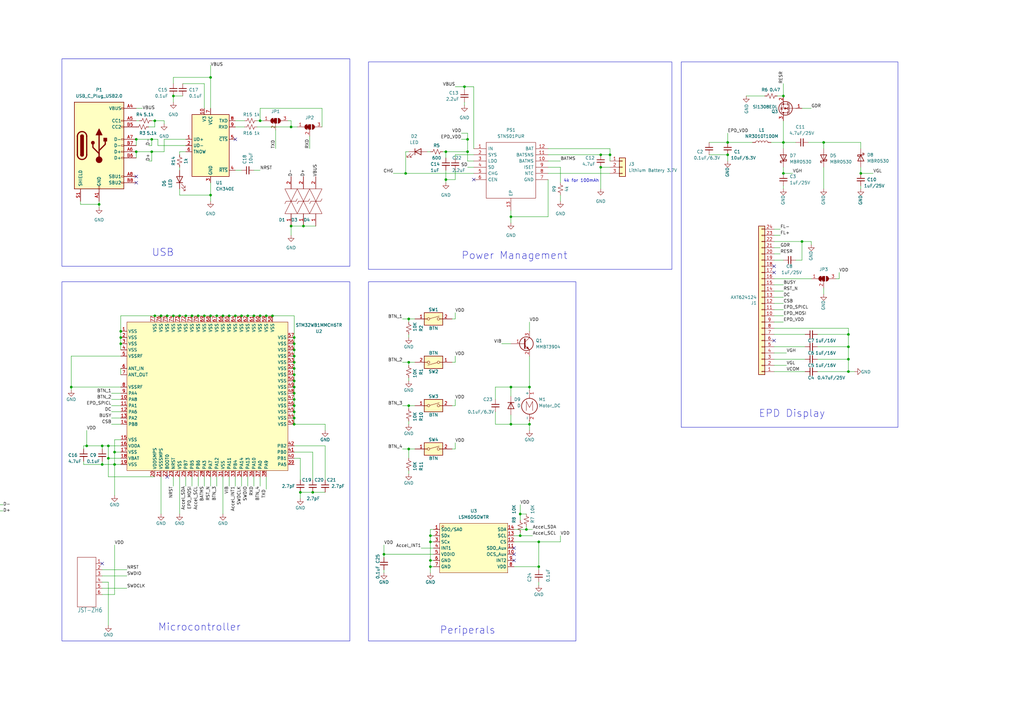
<source format=kicad_sch>
(kicad_sch (version 20230121) (generator eeschema)
  (paper "A3")
  (title_block (title "Epaper Smart Watch") (date "2024-11-10") (rev "V1"))
  (junction (at 298.45 63.5))
  (junction (at 167.64 130.81))
  (junction (at 220.98 222.25))
  (junction (at 120.65 168.91))
  (junction (at 101.6 129.54))
  (junction (at 99.06 129.54))
  (junction (at 73.66 129.54))
  (junction (at 78.74 129.54))
  (junction (at 35.56 182.88))
  (junction (at 62.23 57.15))
  (junction (at 81.28 129.54))
  (junction (at 213.36 219.71))
  (junction (at 123.19 201.93))
  (junction (at 93.98 129.54))
  (junction (at 167.64 148.59))
  (junction (at 71.12 39.37))
  (junction (at 66.04 129.54))
  (junction (at 96.52 129.54))
  (junction (at 120.65 156.21))
  (junction (at 41.91 190.5))
  (junction (at 109.22 129.54))
  (junction (at 128.27 201.93))
  (junction (at 111.76 129.54))
  (junction (at 120.65 163.83))
  (junction (at 157.48 227.33))
  (junction (at 246.38 68.58))
  (junction (at 347.98 137.16))
  (junction (at 120.65 151.13))
  (junction (at 106.68 49.53))
  (junction (at 209.55 88.9))
  (junction (at 86.36 129.54))
  (junction (at 44.45 187.96))
  (junction (at 76.2 129.54))
  (junction (at 106.68 129.54))
  (junction (at 119.38 52.07))
  (junction (at 55.88 57.15))
  (junction (at 46.99 190.5))
  (junction (at 191.77 57.15))
  (junction (at 120.65 148.59))
  (junction (at 62.23 62.23))
  (junction (at 209.55 158.75))
  (junction (at 166.37 71.12))
  (junction (at 120.65 166.37))
  (junction (at 124.46 92.71))
  (junction (at 63.5 49.53))
  (junction (at 120.65 146.05))
  (junction (at 176.53 229.87))
  (junction (at 347.98 147.32))
  (junction (at 328.93 99.06))
  (junction (at 120.65 158.75))
  (junction (at 213.36 210.82))
  (junction (at 217.17 173.99))
  (junction (at 120.65 153.67))
  (junction (at 298.45 58.42))
  (junction (at 88.9 129.54))
  (junction (at 86.36 31.75))
  (junction (at 337.82 58.42))
  (junction (at 29.21 158.75))
  (junction (at 40.64 83.82))
  (junction (at 182.88 62.23))
  (junction (at 167.64 184.15))
  (junction (at 190.5 35.56))
  (junction (at 49.53 140.97))
  (junction (at 347.98 152.4))
  (junction (at 104.14 129.54))
  (junction (at 120.65 138.43))
  (junction (at 91.44 129.54))
  (junction (at 120.65 173.99))
  (junction (at 120.65 143.51))
  (junction (at 209.55 173.99))
  (junction (at 217.17 158.75))
  (junction (at 119.38 92.71))
  (junction (at 321.31 71.12))
  (junction (at 83.82 129.54))
  (junction (at 246.38 63.5))
  (junction (at 176.53 219.71))
  (junction (at 120.65 140.97))
  (junction (at 182.88 73.66))
  (junction (at 49.53 135.89))
  (junction (at 55.88 62.23))
  (junction (at 167.64 166.37))
  (junction (at 68.58 129.54))
  (junction (at 250.19 63.5))
  (junction (at 191.77 62.23))
  (junction (at 46.99 185.42))
  (junction (at 321.31 39.37))
  (junction (at 220.98 232.41))
  (junction (at 71.12 129.54))
  (junction (at 321.31 58.42))
  (junction (at 41.91 182.88))
  (junction (at 176.53 232.41))
  (junction (at 120.65 161.29))
  (junction (at 120.65 171.45))
  (junction (at 347.98 142.24))
  (junction (at 49.53 138.43))
  (junction (at 63.5 129.54))
  (junction (at 86.36 80.01))
  (junction (at 44.45 182.88))
  (junction (at 176.53 222.25))
  (junction (at 215.9 217.17))
  (junction (at 353.06 71.12))
  (no_connect (at 96.52 57.15))
  (no_connect (at 41.91 231.14))
  (no_connect (at 317.5 109.22))
  (no_connect (at 68.58 195.58))
  (no_connect (at 194.31 73.66))
  (no_connect (at 55.88 72.39))
  (no_connect (at 210.82 227.33))
  (no_connect (at 210.82 224.79))
  (no_connect (at 55.88 74.93))
  (no_connect (at 317.5 111.76))
  (no_connect (at 317.5 139.7))
  (no_connect (at 210.82 229.87))
  (wire (pts (xy 49.53 151.13) (xy 49.53 153.67)))
  (wire (pts (xy 49.53 138.43) (xy 49.53 135.89)))
  (wire (pts (xy 86.36 74.93) (xy 86.36 80.01)))
  (wire (pts (xy 317.5 101.6) (xy 320.04 101.6)))
  (wire (pts (xy 128.27 185.42) (xy 120.65 185.42)))
  (wire (pts (xy 186.69 35.56) (xy 190.5 35.56)))
  (wire (pts (xy 96.52 69.85) (xy 99.06 69.85)))
  (wire (pts (xy 213.36 218.44) (xy 213.36 219.71)))
  (wire (pts (xy 328.93 99.06) (xy 332.74 99.06)))
  (wire (pts (xy 217.17 146.05) (xy 217.17 158.75)))
  (wire (pts (xy 290.83 58.42) (xy 298.45 58.42)))
  (wire (pts (xy 127 55.88) (xy 127 60.96)))
  (wire (pts (xy 203.2 163.83) (xy 203.2 158.75)))
  (wire (pts (xy 101.6 199.39) (xy 101.6 195.58)))
  (wire (pts (xy 209.55 170.18) (xy 209.55 173.99)))
  (wire (pts (xy 78.74 199.39) (xy 78.74 195.58)))
  (wire (pts (xy 76.2 57.15) (xy 67.31 57.15)))
  (wire (pts (xy 40.64 85.09) (xy 40.64 83.82)))
  (wire (pts (xy 167.64 167.64) (xy 167.64 166.37)))
  (wire (pts (xy 0 207.01) (xy 1.27 207.01)))
  (wire (pts (xy 71.12 31.75) (xy 86.36 31.75)))
  (wire (pts (xy 246.38 63.5) (xy 250.19 63.5)))
  (wire (pts (xy 182.88 73.66) (xy 182.88 69.85)))
  (wire (pts (xy 229.87 219.71) (xy 229.87 222.25)))
  (wire (pts (xy 133.35 176.53) (xy 133.35 173.99)))
  (wire (pts (xy 64.77 59.69) (xy 76.2 59.69)))
  (wire (pts (xy 93.98 199.39) (xy 93.98 195.58)))
  (wire (pts (xy 104.14 199.39) (xy 104.14 195.58)))
  (wire (pts (xy 328.93 106.68) (xy 328.93 99.06)))
  (wire (pts (xy 120.65 143.51) (xy 120.65 146.05)))
  (wire (pts (xy 185.42 130.81) (xy 186.69 130.81)))
  (wire (pts (xy 167.64 130.81) (xy 170.18 130.81)))
  (wire (pts (xy 62.23 62.23) (xy 67.31 62.23)))
  (wire (pts (xy 185.42 148.59) (xy 186.69 148.59)))
  (wire (pts (xy 317.5 147.32) (xy 330.2 147.32)))
  (wire (pts (xy 166.37 62.23) (xy 166.37 71.12)))
  (wire (pts (xy 161.29 71.12) (xy 166.37 71.12)))
  (wire (pts (xy 55.88 62.23) (xy 55.88 64.77)))
  (wire (pts (xy 317.5 121.92) (xy 321.31 121.92)))
  (wire (pts (xy 177.8 217.17) (xy 176.53 217.17)))
  (wire (pts (xy 217.17 132.08) (xy 217.17 135.89)))
  (wire (pts (xy 176.53 229.87) (xy 177.8 229.87)))
  (wire (pts (xy 133.35 196.85) (xy 133.35 182.88)))
  (wire (pts (xy 246.38 68.58) (xy 250.19 68.58)))
  (wire (pts (xy 185.42 184.15) (xy 186.69 184.15)))
  (wire (pts (xy 45.72 161.29) (xy 49.53 161.29)))
  (wire (pts (xy 229.87 68.58) (xy 229.87 74.93)))
  (wire (pts (xy 62.23 57.15) (xy 64.77 57.15)))
  (wire (pts (xy 250.19 60.96) (xy 224.79 60.96)))
  (wire (pts (xy 186.69 130.81) (xy 186.69 128.27)))
  (wire (pts (xy 167.64 149.86) (xy 167.64 148.59)))
  (wire (pts (xy 353.06 71.12) (xy 353.06 68.58)))
  (wire (pts (xy 46.99 185.42) (xy 46.99 190.5)))
  (wire (pts (xy 337.82 68.58) (xy 337.82 77.47)))
  (wire (pts (xy 167.64 166.37) (xy 170.18 166.37)))
  (wire (pts (xy 191.77 57.15) (xy 189.23 57.15)))
  (wire (pts (xy 213.36 207.01) (xy 213.36 210.82)))
  (wire (pts (xy 62.23 66.04) (xy 62.23 62.23)))
  (wire (pts (xy 317.5 152.4) (xy 330.2 152.4)))
  (wire (pts (xy 81.28 195.58) (xy 81.28 199.39)))
  (wire (pts (xy 167.64 193.04) (xy 167.64 194.31)))
  (wire (pts (xy 189.23 54.61) (xy 191.77 54.61)))
  (wire (pts (xy 186.69 184.15) (xy 186.69 181.61)))
  (wire (pts (xy 331.47 58.42) (xy 337.82 58.42)))
  (wire (pts (xy 101.6 129.54) (xy 104.14 129.54)))
  (wire (pts (xy 176.53 219.71) (xy 176.53 222.25)))
  (wire (pts (xy 120.65 129.54) (xy 120.65 138.43)))
  (wire (pts (xy 353.06 76.2) (xy 353.06 77.47)))
  (wire (pts (xy 203.2 158.75) (xy 209.55 158.75)))
  (wire (pts (xy 347.98 147.32) (xy 347.98 152.4)))
  (wire (pts (xy 73.66 69.85) (xy 73.66 68.58)))
  (wire (pts (xy 317.5 127) (xy 321.31 127)))
  (wire (pts (xy 71.12 199.39) (xy 71.12 195.58)))
  (wire (pts (xy 182.88 62.23) (xy 191.77 62.23)))
  (wire (pts (xy 353.06 58.42) (xy 337.82 58.42)))
  (wire (pts (xy 176.53 222.25) (xy 176.53 229.87)))
  (wire (pts (xy 49.53 180.34) (xy 46.99 180.34)))
  (wire (pts (xy 176.53 229.87) (xy 176.53 232.41)))
  (wire (pts (xy 337.82 58.42) (xy 337.82 60.96)))
  (wire (pts (xy 166.37 62.23) (xy 167.64 62.23)))
  (wire (pts (xy 74.93 39.37) (xy 71.12 39.37)))
  (wire (pts (xy 44.45 187.96) (xy 49.53 187.96)))
  (wire (pts (xy 41.91 190.5) (xy 46.99 190.5)))
  (wire (pts (xy 73.66 195.58) (xy 73.66 210.82)))
  (wire (pts (xy 176.53 232.41) (xy 176.53 234.95)))
  (wire (pts (xy 106.68 49.53) (xy 107.95 49.53)))
  (wire (pts (xy 34.29 189.23) (xy 34.29 190.5)))
  (wire (pts (xy 73.66 62.23) (xy 73.66 63.5)))
  (wire (pts (xy 220.98 233.68) (xy 220.98 232.41)))
  (wire (pts (xy 218.44 217.17) (xy 215.9 217.17)))
  (wire (pts (xy 29.21 146.05) (xy 29.21 158.75)))
  (wire (pts (xy 63.5 52.07) (xy 63.5 49.53)))
  (wire (pts (xy 93.98 129.54) (xy 96.52 129.54)))
  (wire (pts (xy 177.8 224.79) (xy 172.72 224.79)))
  (wire (pts (xy 46.99 180.34) (xy 46.99 185.42)))
  (wire (pts (xy 91.44 195.58) (xy 91.44 210.82)))
  (wire (pts (xy 62.23 59.69) (xy 62.23 57.15)))
  (wire (pts (xy 119.38 49.53) (xy 119.38 52.07)))
  (wire (pts (xy 76.2 62.23) (xy 73.66 62.23)))
  (wire (pts (xy 217.17 158.75) (xy 217.17 160.02)))
  (wire (pts (xy 321.31 49.53) (xy 321.31 58.42)))
  (wire (pts (xy 317.5 114.3) (xy 332.74 114.3)))
  (wire (pts (xy 347.98 152.4) (xy 350.52 152.4)))
  (wire (pts (xy 109.22 129.54) (xy 111.76 129.54)))
  (wire (pts (xy 190.5 36.83) (xy 190.5 35.56)))
  (wire (pts (xy 224.79 71.12) (xy 250.19 71.12)))
  (wire (pts (xy 63.5 49.53) (xy 62.23 49.53)))
  (wire (pts (xy 203.2 173.99) (xy 209.55 173.99)))
  (wire (pts (xy 119.38 52.07) (xy 121.92 52.07)))
  (wire (pts (xy 182.88 62.23) (xy 182.88 64.77)))
  (wire (pts (xy 49.53 129.54) (xy 63.5 129.54)))
  (wire (pts (xy 83.82 34.29) (xy 74.93 34.29)))
  (wire (pts (xy 29.21 146.05) (xy 49.53 146.05)))
  (wire (pts (xy 49.53 135.89) (xy 49.53 129.54)))
  (wire (pts (xy 250.19 63.5) (xy 250.19 66.04)))
  (wire (pts (xy 317.5 104.14) (xy 320.04 104.14)))
  (wire (pts (xy 119.38 92.71) (xy 124.46 92.71)))
  (wire (pts (xy 120.65 168.91) (xy 120.65 171.45)))
  (wire (pts (xy 209.55 158.75) (xy 209.55 162.56)))
  (wire (pts (xy 45.72 173.99) (xy 49.53 173.99)))
  (wire (pts (xy 224.79 88.9) (xy 209.55 88.9)))
  (wire (pts (xy 46.99 223.52) (xy 46.99 243.84)) (stroke (width 0.1524)))
  (wire (pts (xy 113.03 53.34) (xy 113.03 60.96)))
  (wire (pts (xy 35.56 176.53) (xy 35.56 182.88)))
  (wire (pts (xy 132.08 52.07) (xy 132.08 44.45)))
  (wire (pts (xy 167.64 156.21) (xy 167.64 154.94)))
  (wire (pts (xy 165.1 130.81) (xy 167.64 130.81)))
  (wire (pts (xy 224.79 66.04) (xy 229.87 66.04)))
  (wire (pts (xy 321.31 60.96) (xy 321.31 58.42)))
  (wire (pts (xy 194.31 35.56) (xy 194.31 60.96)))
  (wire (pts (xy 215.9 217.17) (xy 210.82 217.17)))
  (wire (pts (xy 317.5 116.84) (xy 321.31 116.84)))
  (wire (pts (xy 317.5 99.06) (xy 328.93 99.06)))
  (wire (pts (xy 317.5 129.54) (xy 321.31 129.54)))
  (wire (pts (xy 132.08 44.45) (xy 106.68 44.45)))
  (wire (pts (xy 209.55 88.9) (xy 209.55 91.44)))
  (wire (pts (xy 157.48 227.33) (xy 177.8 227.33)))
  (wire (pts (xy 44.45 195.58) (xy 44.45 187.96)))
  (wire (pts (xy 205.74 140.97) (xy 209.55 140.97)))
  (wire (pts (xy 49.53 185.42) (xy 46.99 185.42)))
  (wire (pts (xy 157.48 227.33) (xy 157.48 228.6)))
  (wire (pts (xy 60.96 66.04) (xy 62.23 66.04)))
  (wire (pts (xy 96.52 49.53) (xy 100.33 49.53)))
  (wire (pts (xy 167.64 173.99) (xy 167.64 172.72)))
  (wire (pts (xy 73.66 80.01) (xy 86.36 80.01)))
  (wire (pts (xy 317.5 149.86) (xy 322.58 149.86)))
  (wire (pts (xy 123.19 201.93) (xy 128.27 201.93)))
  (wire (pts (xy 209.55 158.75) (xy 217.17 158.75)))
  (wire (pts (xy 335.28 147.32) (xy 347.98 147.32)))
  (wire (pts (xy 317.5 132.08) (xy 321.31 132.08)))
  (wire (pts (xy 55.88 57.15) (xy 55.88 59.69)))
  (wire (pts (xy 33.02 83.82) (xy 33.02 82.55)))
  (wire (pts (xy 298.45 63.5) (xy 290.83 63.5)))
  (wire (pts (xy 86.36 199.39) (xy 86.36 195.58)))
  (wire (pts (xy 229.87 80.01) (xy 229.87 82.55)))
  (wire (pts (xy 209.55 173.99) (xy 217.17 173.99)))
  (wire (pts (xy 41.91 233.68) (xy 52.07 233.68)))
  (wire (pts (xy 224.79 63.5) (xy 246.38 63.5)))
  (wire (pts (xy 191.77 68.58) (xy 194.31 68.58)))
  (wire (pts (xy 96.52 129.54) (xy 99.06 129.54)))
  (wire (pts (xy 81.28 129.54) (xy 83.82 129.54)))
  (wire (pts (xy 186.69 69.85) (xy 186.69 73.66)))
  (wire (pts (xy 186.69 163.83) (xy 186.69 166.37)))
  (wire (pts (xy 213.36 210.82) (xy 213.36 213.36)))
  (wire (pts (xy 96.52 199.39) (xy 96.52 195.58)))
  (wire (pts (xy 41.91 236.22) (xy 52.07 236.22)) (stroke (width 0.1524)))
  (wire (pts (xy 308.61 58.42) (xy 298.45 58.42)))
  (wire (pts (xy 41.91 190.5) (xy 41.91 189.23)))
  (wire (pts (xy 120.65 163.83) (xy 120.65 166.37)))
  (wire (pts (xy 44.45 238.76) (xy 41.91 238.76)) (stroke (width 0.1524)))
  (wire (pts (xy 67.31 49.53) (xy 63.5 49.53)))
  (wire (pts (xy 83.82 44.45) (xy 83.82 34.29)))
  (wire (pts (xy 120.65 148.59) (xy 120.65 151.13)))
  (wire (pts (xy 344.17 114.3) (xy 342.9 114.3)))
  (wire (pts (xy 68.58 129.54) (xy 71.12 129.54)))
  (wire (pts (xy 45.72 171.45) (xy 49.53 171.45)))
  (wire (pts (xy 123.19 187.96) (xy 123.19 196.85)))
  (wire (pts (xy 332.74 99.06) (xy 332.74 100.33)))
  (wire (pts (xy 335.28 152.4) (xy 347.98 152.4)))
  (wire (pts (xy 326.39 106.68) (xy 328.93 106.68)))
  (wire (pts (xy 120.65 161.29) (xy 120.65 163.83)))
  (wire (pts (xy 317.5 142.24) (xy 330.2 142.24)))
  (wire (pts (xy 176.53 232.41) (xy 177.8 232.41)))
  (wire (pts (xy 250.19 60.96) (xy 250.19 63.5)))
  (wire (pts (xy 224.79 73.66) (xy 224.79 88.9)))
  (wire (pts (xy 181.61 62.23) (xy 182.88 62.23)))
  (wire (pts (xy 91.44 129.54) (xy 93.98 129.54)))
  (wire (pts (xy 41.91 243.84) (xy 46.99 243.84)) (stroke (width 0.1524)))
  (wire (pts (xy 186.69 73.66) (xy 182.88 73.66)))
  (wire (pts (xy 63.5 195.58) (xy 44.45 195.58)))
  (wire (pts (xy 186.69 63.5) (xy 186.69 64.77)))
  (wire (pts (xy 71.12 39.37) (xy 71.12 41.91)))
  (wire (pts (xy 73.66 129.54) (xy 76.2 129.54)))
  (wire (pts (xy 165.1 166.37) (xy 167.64 166.37)))
  (wire (pts (xy 335.28 142.24) (xy 347.98 142.24)))
  (wire (pts (xy 78.74 129.54) (xy 81.28 129.54)))
  (wire (pts (xy 347.98 134.62) (xy 347.98 137.16)))
  (wire (pts (xy 29.21 158.75) (xy 29.21 160.02)))
  (wire (pts (xy 86.36 31.75) (xy 86.36 44.45)))
  (wire (pts (xy 99.06 199.39) (xy 99.06 195.58)))
  (wire (pts (xy 67.31 57.15) (xy 67.31 62.23)))
  (wire (pts (xy 335.28 137.16) (xy 347.98 137.16)))
  (wire (pts (xy 124.46 92.71) (xy 129.54 92.71)))
  (wire (pts (xy 120.65 187.96) (xy 123.19 187.96)))
  (wire (pts (xy 106.68 44.45) (xy 106.68 49.53)))
  (wire (pts (xy 321.31 39.37) (xy 321.31 34.29)))
  (wire (pts (xy 190.5 41.91) (xy 190.5 43.18)))
  (wire (pts (xy 88.9 199.39) (xy 88.9 195.58)))
  (wire (pts (xy 203.2 168.91) (xy 203.2 173.99)))
  (wire (pts (xy 167.64 132.08) (xy 167.64 130.81)))
  (wire (pts (xy 317.5 96.52) (xy 320.04 96.52)))
  (wire (pts (xy 88.9 129.54) (xy 91.44 129.54)))
  (wire (pts (xy 120.65 156.21) (xy 120.65 158.75)))
  (wire (pts (xy 317.5 93.98) (xy 320.04 93.98)))
  (wire (pts (xy 317.5 106.68) (xy 321.31 106.68)))
  (wire (pts (xy 67.31 50.8) (xy 67.31 49.53)))
  (wire (pts (xy 44.45 187.96) (xy 44.45 182.88)))
  (wire (pts (xy 44.45 238.76) (xy 44.45 256.54)) (stroke (width 0.1524)))
  (wire (pts (xy 191.77 57.15) (xy 191.77 62.23)))
  (wire (pts (xy 60.96 59.69) (xy 62.23 59.69)))
  (wire (pts (xy 106.68 129.54) (xy 109.22 129.54)))
  (wire (pts (xy 49.53 140.97) (xy 49.53 138.43)))
  (wire (pts (xy 44.45 182.88) (xy 49.53 182.88)))
  (wire (pts (xy 120.65 146.05) (xy 120.65 148.59)))
  (wire (pts (xy 298.45 58.42) (xy 298.45 54.61)))
  (wire (pts (xy 29.21 158.75) (xy 49.53 158.75)))
  (wire (pts (xy 167.64 148.59) (xy 170.18 148.59)))
  (wire (pts (xy 60.96 52.07) (xy 63.5 52.07)))
  (wire (pts (xy 220.98 222.25) (xy 229.87 222.25)))
  (wire (pts (xy 210.82 232.41) (xy 220.98 232.41)))
  (wire (pts (xy 176.53 222.25) (xy 177.8 222.25)))
  (wire (pts (xy 317.5 124.46) (xy 321.31 124.46)))
  (wire (pts (xy 86.36 129.54) (xy 88.9 129.54)))
  (wire (pts (xy 353.06 60.96) (xy 353.06 58.42)))
  (wire (pts (xy 86.36 80.01) (xy 86.36 82.55)))
  (wire (pts (xy 317.5 137.16) (xy 330.2 137.16)))
  (wire (pts (xy 109.22 200.66) (xy 109.22 195.58)))
  (wire (pts (xy 41.91 182.88) (xy 41.91 184.15)))
  (wire (pts (xy 217.17 172.72) (xy 217.17 173.99)))
  (wire (pts (xy 55.88 44.45) (xy 58.42 44.45)))
  (wire (pts (xy 165.1 184.15) (xy 167.64 184.15)))
  (wire (pts (xy 157.48 233.68) (xy 157.48 234.95)))
  (wire (pts (xy 318.77 39.37) (xy 321.31 39.37)))
  (wire (pts (xy 177.8 219.71) (xy 176.53 219.71)))
  (wire (pts (xy 96.52 52.07) (xy 100.33 52.07)))
  (wire (pts (xy 105.41 52.07) (xy 119.38 52.07)))
  (wire (pts (xy 133.35 173.99) (xy 120.65 173.99)))
  (wire (pts (xy 71.12 129.54) (xy 73.66 129.54)))
  (wire (pts (xy 213.36 219.71) (xy 218.44 219.71)))
  (wire (pts (xy 191.77 66.04) (xy 194.31 66.04)))
  (wire (pts (xy 210.82 222.25) (xy 220.98 222.25)))
  (wire (pts (xy 120.65 166.37) (xy 120.65 168.91)))
  (wire (pts (xy 46.99 190.5) (xy 49.53 190.5)))
  (wire (pts (xy 83.82 129.54) (xy 86.36 129.54)))
  (wire (pts (xy 306.07 39.37) (xy 313.69 39.37)))
  (wire (pts (xy 317.5 134.62) (xy 347.98 134.62)))
  (wire (pts (xy 220.98 222.25) (xy 220.98 232.41)))
  (wire (pts (xy 246.38 68.58) (xy 246.38 77.47)))
  (wire (pts (xy 120.65 158.75) (xy 120.65 161.29)))
  (wire (pts (xy 220.98 238.76) (xy 220.98 240.03)))
  (wire (pts (xy 66.04 195.58) (xy 66.04 210.82)))
  (wire (pts (xy 49.53 143.51) (xy 49.53 140.97)))
  (wire (pts (xy 347.98 137.16) (xy 347.98 142.24)))
  (wire (pts (xy 40.64 83.82) (xy 40.64 82.55)))
  (wire (pts (xy 76.2 195.58) (xy 76.2 199.39)))
  (wire (pts (xy 128.27 196.85) (xy 128.27 185.42)))
  (wire (pts (xy 194.31 63.5) (xy 186.69 63.5)))
  (wire (pts (xy 321.31 58.42) (xy 316.23 58.42)))
  (wire (pts (xy 165.1 148.59) (xy 167.64 148.59)))
  (wire (pts (xy 175.26 62.23) (xy 176.53 62.23)))
  (wire (pts (xy 45.72 168.91) (xy 49.53 168.91)))
  (wire (pts (xy 86.36 26.67) (xy 86.36 31.75)))
  (wire (pts (xy 106.68 199.39) (xy 106.68 195.58)))
  (wire (pts (xy 55.88 49.53) (xy 57.15 49.53)))
  (wire (pts (xy 215.9 210.82) (xy 213.36 210.82)))
  (wire (pts (xy 45.72 163.83) (xy 49.53 163.83)))
  (wire (pts (xy 167.64 184.15) (xy 167.64 187.96)))
  (wire (pts (xy 35.56 182.88) (xy 41.91 182.88)))
  (wire (pts (xy 209.55 86.36) (xy 209.55 88.9)))
  (wire (pts (xy 167.64 184.15) (xy 170.18 184.15)))
  (wire (pts (xy 55.88 62.23) (xy 62.23 62.23)))
  (wire (pts (xy 186.69 148.59) (xy 186.69 146.05)))
  (wire (pts (xy 45.72 166.37) (xy 49.53 166.37)))
  (wire (pts (xy 321.31 76.2) (xy 321.31 77.47)))
  (wire (pts (xy 120.65 171.45) (xy 120.65 173.99)))
  (wire (pts (xy 133.35 182.88) (xy 120.65 182.88)))
  (wire (pts (xy 176.53 217.17) (xy 176.53 219.71)))
  (wire (pts (xy 191.77 62.23) (xy 191.77 66.04)))
  (wire (pts (xy 344.17 111.76) (xy 344.17 114.3)))
  (wire (pts (xy 321.31 71.12) (xy 321.31 68.58)))
  (wire (pts (xy 217.17 173.99) (xy 217.17 176.53)))
  (wire (pts (xy 0 209.55) (xy 1.27 209.55)))
  (wire (pts (xy 34.29 182.88) (xy 35.56 182.88)))
  (wire (pts (xy 33.02 83.82) (xy 40.64 83.82)))
  (wire (pts (xy 66.04 129.54) (xy 68.58 129.54)))
  (wire (pts (xy 337.82 118.11) (xy 337.82 120.65)))
  (wire (pts (xy 120.65 153.67) (xy 120.65 156.21)))
  (wire (pts (xy 34.29 190.5) (xy 41.91 190.5)))
  (wire (pts (xy 83.82 199.39) (xy 83.82 195.58)))
  (wire (pts (xy 325.12 71.12) (xy 321.31 71.12)))
  (wire (pts (xy 317.5 119.38) (xy 321.31 119.38)))
  (wire (pts (xy 317.5 144.78) (xy 322.58 144.78)))
  (wire (pts (xy 190.5 35.56) (xy 194.31 35.56)))
  (wire (pts (xy 76.2 129.54) (xy 78.74 129.54)))
  (wire (pts (xy 167.64 138.43) (xy 167.64 137.16)))
  (wire (pts (xy 191.77 54.61) (xy 191.77 57.15)))
  (wire (pts (xy 332.74 44.45) (xy 328.93 44.45)))
  (wire (pts (xy 224.79 68.58) (xy 229.87 68.58)))
  (wire (pts (xy 213.36 219.71) (xy 210.82 219.71)))
  (wire (pts (xy 215.9 215.9) (xy 215.9 217.17)))
  (wire (pts (xy 73.66 77.47) (xy 73.66 80.01)))
  (wire (pts (xy 63.5 129.54) (xy 66.04 129.54)))
  (wire (pts (xy 118.11 49.53) (xy 119.38 49.53)))
  (wire (pts (xy 123.19 201.93) (xy 123.19 204.47)))
  (wire (pts (xy 128.27 201.93) (xy 133.35 201.93)))
  (wire (pts (xy 353.06 71.12) (xy 358.14 71.12)))
  (wire (pts (xy 44.45 182.88) (xy 41.91 182.88)))
  (wire (pts (xy 347.98 142.24) (xy 347.98 147.32)))
  (wire (pts (xy 99.06 129.54) (xy 101.6 129.54)))
  (wire (pts (xy 186.69 166.37) (xy 185.42 166.37)))
  (wire (pts (xy 34.29 184.15) (xy 34.29 182.88)))
  (wire (pts (xy 321.31 58.42) (xy 326.39 58.42)))
  (wire (pts (xy 120.65 151.13) (xy 120.65 153.67)))
  (wire (pts (xy 182.88 74.93) (xy 182.88 73.66)))
  (wire (pts (xy 71.12 34.29) (xy 71.12 31.75)))
  (wire (pts (xy 120.65 138.43) (xy 120.65 140.97)))
  (wire (pts (xy 41.91 241.3) (xy 52.07 241.3)))
  (wire (pts (xy 105.41 49.53) (xy 106.68 49.53)))
  (wire (pts (xy 166.37 71.12) (xy 194.31 71.12)))
  (wire (pts (xy 157.48 223.52) (xy 157.48 227.33)))
  (wire (pts (xy 104.14 129.54) (xy 106.68 129.54)))
  (wire (pts (xy 111.76 129.54) (xy 120.65 129.54)))
  (wire (pts (xy 120.65 140.97) (xy 120.65 143.51)))
  (wire (pts (xy 298.45 66.04) (xy 298.45 63.5)))
  (wire (pts (xy 55.88 57.15) (xy 62.23 57.15)))
  (wire (pts (xy 119.38 96.52) (xy 119.38 92.71)))
  (wire (pts (xy 64.77 57.15) (xy 64.77 59.69)))
  (wire (pts (xy 46.99 190.5) (xy 46.99 203.2)))
  (wire (pts (xy 104.14 69.85) (xy 106.68 69.85)))
  (rectangle (start 25.4 115.57) (end 143.51 262.89))
  (rectangle (start 279.4 25.4) (end 368.3 175.26))
  (rectangle (start 151.13 115.57) (end 236.22 262.89))
  (rectangle (start 151.13 25.4) (end 275.59 110.49))
  (rectangle (start 25.4 24.13) (end 143.51 109.22))
  (text "USB" (at 62.23 105.41 0) (effects (font (size 3 3)) (justify left bottom)))
  (text "Power Management\n" (at 189.23 106.68 0) (effects (font (size 3 3)) (justify left bottom)))
  (text "EPD Display" (at 311.15 171.45 0) (effects (font (size 3 3)) (justify left bottom)))
  (text "Periperals" (at 180.34 260.35 0) (effects (font (size 3 3)) (justify left bottom)))
  (text "Microcontroller" (at 64.77 259.08 0) (effects (font (size 3 3)) (justify left bottom)))
  (text "4k for 100mAh" (at 231.14 74.93 0) (effects (font (size 1.27 1.27)) (justify left bottom)))
  (label "EPD_MOSI" (at 321.31 129.54 0))
  (label "RESR" (at 320.04 104.14 0))
  (label "D+" (at 60.96 66.04 90) (property "Intersheetrefs" "${INTERSHEET_REFS}" (effects hide)))
  (label "VDD" (at 186.69 146.05 0))
  (label "RXD" (at 127 60.96 90) (property "Intersheetrefs" "${INTERSHEET_REFS}" (effects hide)))
  (label "DC" (at 321.31 121.92 0))
  (label "VDD" (at 186.69 181.61 0))
  (label "VBUS" (at 58.42 44.45 0) (property "Intersheetrefs" "${INTERSHEET_REFS}" (effects hide)))
  (label "SWDCLK" (at 52.07 241.3 0) (effects (font (size 1.2446 1.2446))))
  (label "VDD" (at 217.17 132.08 0))
  (label "SWDIO" (at 52.07 236.22 0) (effects (font (size 1.2446 1.2446))))
  (label "CHG" (at 161.29 71.12 180))
  (label "Accel_INT1" (at 96.52 199.39 270))
  (label "SWDIO" (at 101.6 199.39 270))
  (label "BATMS" (at 83.82 199.39 270))
  (label "VDD" (at 46.99 223.52 0))
  (label "VDD" (at 186.69 128.27 0))
  (label "BATMS" (at 229.87 66.04 0))
  (label "D-" (at 1.27 207.01 0) (property "Intersheetrefs" "${INTERSHEET_REFS}" (effects hide)))
  (label "D+" (at 124.46 72.39 90) (property "Intersheetrefs" "${INTERSHEET_REFS}" (effects hide)))
  (label "CSB" (at 321.31 124.46 0))
  (label "VDD" (at 344.17 111.76 0))
  (label "RXD" (at 104.14 199.39 270) (property "Intersheetrefs" "${INTERSHEET_REFS}" (effects hide)))
  (label "FL-" (at 320.04 93.98 0))
  (label "GDR" (at 332.74 44.45 0))
  (label "EPD_SPICL" (at 45.72 166.37 180))
  (label "BTN_4" (at 106.68 199.39 270))
  (label "RESR" (at 321.31 34.29 90))
  (label "FL+" (at 320.04 96.52 0))
  (label "BTN_3" (at 165.1 166.37 180))
  (label "VDD" (at 213.36 207.01 0))
  (label "SWDCLK" (at 99.06 199.39 270))
  (label "RST_N" (at 86.36 199.39 270))
  (label "BUSY" (at 321.31 116.84 0))
  (label "VBUS" (at 186.69 35.56 180) (property "Intersheetrefs" "${INTERSHEET_REFS}" (effects hide)))
  (label "NRST" (at 71.12 199.39 270) (effects (font (size 1.2446 1.2446))))
  (label "RST_N" (at 321.31 119.38 0))
  (label "VBUS" (at 129.54 72.39 90) (property "Intersheetrefs" "${INTERSHEET_REFS}" (effects hide)))
  (label "EPD_SPICL" (at 321.31 127 0))
  (label "VIB" (at 205.74 140.97 180))
  (label "VGH" (at 325.12 71.12 0))
  (label "VBUS" (at 86.36 26.67 0) (property "Intersheetrefs" "${INTERSHEET_REFS}" (effects hide)))
  (label "DC" (at 45.72 168.91 180))
  (label "BTN_2" (at 45.72 163.83 180))
  (label "VCOM" (at 322.58 152.4 0))
  (label "EPD_VDD" (at 321.31 132.08 0))
  (label "VGL" (at 358.14 71.12 0))
  (label "BUSY" (at 45.72 171.45 180))
  (label "EPD_MOSI" (at 78.74 199.39 270))
  (label "BTN_2" (at 165.1 148.59 180))
  (label "D-" (at 119.38 72.39 90) (property "Intersheetrefs" "${INTERSHEET_REFS}" (effects hide)))
  (label "EPD_VDD" (at 189.23 57.15 180))
  (label "Accel_SDA" (at 218.44 217.17 0))
  (label "VIB" (at 93.98 199.39 270))
  (label "Accel_SCL" (at 218.44 219.71 0))
  (label "CSB" (at 45.72 173.99 180))
  (label "Accel_INT1" (at 172.72 224.79 180))
  (label "VDD" (at 157.48 223.52 0))
  (label "SD" (at 191.77 68.58 180))
  (label "D+" (at 1.27 209.55 0) (property "Intersheetrefs" "${INTERSHEET_REFS}" (effects hide)))
  (label "BTN_1" (at 45.72 161.29 180))
  (label "TXD" (at 109.22 200.66 270) (property "Intersheetrefs" "${INTERSHEET_REFS}" (effects hide)))
  (label "BTN_1" (at 165.1 130.81 180))
  (label "VDD" (at 229.87 219.71 0))
  (label "VDD" (at 186.69 163.83 0))
  (label "VGL" (at 322.58 149.86 0))
  (label "Accel_SDA" (at 76.2 199.39 270))
  (label "EPD_VDD" (at 298.45 54.61 0))
  (label "Accel_SCL" (at 81.28 199.39 270))
  (label "D-" (at 60.96 59.69 90) (property "Intersheetrefs" "${INTERSHEET_REFS}" (effects hide)))
  (label "VGH" (at 322.58 144.78 0))
  (label "VDD" (at 189.23 54.61 180))
  (label "NRST" (at 106.68 69.85 0))
  (label "NRST" (at 52.07 233.68 0) (effects (font (size 1.2446 1.2446))))
  (label "BTN_3" (at 88.9 199.39 270))
  (label "TXD" (at 113.03 60.96 90) (property "Intersheetrefs" "${INTERSHEET_REFS}" (effects hide)))
  (label "BTN_4" (at 165.1 184.15 180))
  (label "VDD" (at 35.56 176.53 0))
  (label "GDR" (at 320.04 101.6 0))
  (symbol (lib_id "power:GND") (at 229.87 82.55 0) (unit 1)
    (property "Reference" "#PWR023" (effects hide))
    (property "Value" "GND" (at 229.87 87.63 0))
  )
  (symbol (lib_id "Device:C_Small") (at 298.45 60.96 0) (unit 1)
    (property "Reference" "C1" (at 300.99 62.23 0) (effects (justify left)))
    (property "Value" "10uF/6.3V" (at 299.72 64.77 0) (effects (justify left)))
    (property "Footprint" "Capacitor_SMD:C_0402_1005Metric" (effects hide))
  )
  (symbol (lib_id "power:GND") (at 298.45 66.04 0) (unit 1)
    (property "Reference" "#PWR05" (effects hide))
    (property "Value" "GND" (at 298.323 68.58 90) (effects (justify right)))
  )
  (symbol (lib_id "SamacSys:LESD5D5.0CT1G") (at 129.54 92.71 90) (unit 1)
    (property "Reference" "D4" (at 124.46 90.17 90) (effects (justify right)))
    (property "Value" "LESD5D5.0CT1G" (effects hide))
    (property "Footprint" "SamacSys:LESD5D50CT1G" (effects hide))
    (property "Description" "Transient Voltage Suppressors for ESD Protection" (effects hide))
    (property "Height" "0.7" (effects hide))
    (property "Manufacturer_Name" "LRC" (effects hide))
    (property "Manufacturer_Part_Number" "LESD5D5.0CT1G" (effects hide))
    (property "LCSC" "C383211" (effects hide))
  )
  (symbol (lib_id "Switch:SW_DIP_x01") (at 177.8 148.59 180) (unit 1)
    (property "Reference" "SW2" (at 177.8 152.4 0))
    (property "Value" "BTN" (at 177.8 144.78 0))
    (property "Footprint" "Button_Switch_SMD:SW_SPST_B3U-3000P-B" (effects hide))
  )
  (symbol (lib_id "Device:C_Small") (at 328.93 58.42 90) (unit 1)
    (property "Reference" "C11" (at 330.2 52.07 90) (effects (justify left)))
    (property "Value" "4.7uF/25V" (at 334.01 54.61 90) (effects (justify left)))
    (property "Footprint" "Capacitor_SMD:C_0805_2012Metric" (effects hide))
  )
  (symbol (lib_id "Device:C_Small") (at 182.88 67.31 0) (unit 1)
    (property "Reference" "C14" (at 176.53 67.31 0) (effects (justify left)))
    (property "Value" "1uF" (at 176.53 69.85 0) (effects (justify left)))
    (property "Footprint" "Capacitor_SMD:C_0402_1005Metric" (effects hide))
  )
  (symbol (lib_id "power:GND") (at 67.31 50.8 0) (unit 1)
    (property "Reference" "#PWR04" (effects hide))
    (property "Value" "GND" (at 67.31 55.88 0))
  )
  (symbol (lib_id "Device:C_Small") (at 321.31 73.66 0) (unit 1)
    (property "Reference" "C3" (at 323.85 72.3963 0) (effects (justify left)))
    (property "Value" "1uF/25V" (at 323.85 74.93 0) (effects (justify left)))
    (property "Footprint" "Capacitor_SMD:C_0805_2012Metric" (effects hide))
  )
  (symbol (lib_id "Device:R_Small_US") (at 73.66 66.04 0) (unit 1)
    (property "Reference" "R14" (at 71.12 66.04 90))
    (property "Value" "1k" (at 76.2 66.04 90))
    (property "Footprint" "Resistor_SMD:R_0402_1005Metric" (effects hide))
  )
  (symbol (lib_id "Device:C_Small") (at 220.98 236.22 0) (unit 1)
    (property "Reference" "C24" (at 217.17 238.76 90) (effects (justify left)))
    (property "Value" "0.1uF" (at 224.79 238.76 90) (effects (justify left)))
    (property "Footprint" "Capacitor_SMD:C_0402_1005Metric" (effects hide))
  )
  (symbol (lib_id "Device:C_Small") (at 332.74 137.16 90) (unit 1)
    (property "Reference" "C7" (at 334.01 139.7 90) (effects (justify left)))
    (property "Value" "1uF/16V" (at 342.9 139.7 90) (effects (justify left)))
    (property "Footprint" "Capacitor_SMD:C_0402_1005Metric" (effects hide))
  )
  (symbol (lib_id "Device:C_Small") (at 41.91 186.69 0) (unit 1)
    (property "Reference" "C9" (at 36.83 186.69 0) (effects (justify left)))
    (property "Value" "0.1uF" (at 35.56 189.23 0) (effects (justify left)))
    (property "Footprint" "Capacitor_SMD:C_0402_1005Metric" (effects hide))
    (property "Description" "Capacitor X7R ±10%" (effects hide))
    (property "Manufacturer Part" "CC0402KRX7R6BB104" (effects hide))
    (property "Manufacturer" "Yageo" (effects hide))
    (property "Distrubutor 1" "311-1345-1-ND" (effects hide))
  )
  (symbol (lib_id "Device:C_Small") (at 123.19 199.39 0) (unit 1)
    (property "Reference" "C19" (at 123.825 196.85 0) (effects (justify left)))
    (property "Value" "2.7pF" (at 115.57 199.39 0) (effects (justify left)))
    (property "Footprint" "Capacitor_SMD:C_0402_1005Metric" (effects hide))
    (property "Description" "Capacitor X5R ±10%" (effects hide))
    (property "Manufacturer Part" "GRM188R61C475KE11D" (effects hide))
    (property "Manufacturer" "Murata Electronics North America" (effects hide))
    (property "Distributor 1" "490-10730-1-ND" (effects hide))
  )
  (symbol (lib_id "nrf51x22_qfax_dcdc-rescue:GND") (at 91.44 210.82 0) (unit 1)
    (property "Reference" "#PWR034" (effects hide))
    (property "Value" "GND" (at 91.44 214.63 0))
  )
  (symbol (lib_id "Device:C_Small") (at 34.29 186.69 0) (unit 1)
    (property "Reference" "C16" (at 27.94 186.69 0) (effects (justify left)))
    (property "Value" "4.7uF" (at 27.94 189.23 0) (effects (justify left)))
    (property "Footprint" "Capacitor_SMD:C_0402_1005Metric" (effects hide))
    (property "Description" "Capacitor X5R ±10%" (effects hide))
    (property "Manufacturer Part" "GRM188R61C475KE11D" (effects hide))
    (property "Manufacturer" "Murata Electronics North America" (effects hide))
    (property "Distributor 1" "490-10730-1-ND" (effects hide))
  )
  (symbol (lib_id "Device:C_Small") (at 332.74 142.24 90) (unit 1)
    (property "Reference" "C6" (at 334.01 144.78 90) (effects (justify left)))
    (property "Value" "1uF/16V" (at 342.9 144.78 90) (effects (justify left)))
    (property "Footprint" "Capacitor_SMD:C_0402_1005Metric" (effects hide))
  )
  (symbol (lib_id "Device:C_Small") (at 101.6 69.85 90) (unit 1)
    (property "Reference" "C18" (at 100.33 67.31 0) (effects (justify left)))
    (property "Value" "10uF" (at 102.87 67.31 0) (effects (justify left)))
    (property "Footprint" "Capacitor_SMD:C_0402_1005Metric" (effects hide))
    (property "Description" "Capacitor X5R ±10%" (effects hide))
    (property "Manufacturer Part" "GRM188R61C475KE11D" (effects hide))
    (property "Manufacturer" "Murata Electronics North America" (effects hide))
    (property "Distributor 1" "490-10730-1-ND" (effects hide))
  )
  (symbol (lib_id "Device:C_Small") (at 71.12 36.83 0) (unit 1)
    (property "Reference" "C15" (at 64.77 36.83 0) (effects (justify left)))
    (property "Value" "0.1uF" (at 63.5 39.37 0) (effects (justify left)))
    (property "Footprint" "Capacitor_SMD:C_0402_1005Metric" (effects hide))
    (property "Description" "Capacitor X5R ±10%" (effects hide))
    (property "Manufacturer Part" "GRM188R61C475KE11D" (effects hide))
    (property "Manufacturer" "Murata Electronics North America" (effects hide))
    (property "Distributor 1" "490-10730-1-ND" (effects hide))
  )
  (symbol (lib_id "Interface_USB:CH340E") (at 86.36 59.69 0) (unit 1)
    (property "Reference" "U1" (at 88.5541 74.93 0) (effects (justify left)))
    (property "Value" "CH340E" (at 88.5541 77.47 0) (effects (justify left)))
    (property "Footprint" "Package_SO:MSOP-10_3x3mm_P0.5mm" (effects hide))
    (property "Datasheet" "https://www.mpja.com/download/35227cpdata.pdf" (effects hide))
  )
  (symbol (lib_id "power:GND") (at 332.74 100.33 0) (unit 1)
    (property "Reference" "#PWR011" (effects hide))
    (property "Value" "GND" (at 332.613 102.87 90) (effects (justify right)))
  )
  (symbol (lib_id "power:GND") (at 321.31 77.47 0) (unit 1)
    (property "Reference" "#PWR08" (effects hide))
    (property "Value" "GND" (at 321.183 80.01 90) (effects (justify right)))
  )
  (symbol (lib_id "Device:C_Small") (at 353.06 73.66 0) (unit 1)
    (property "Reference" "C10" (at 355.6 73.66 0) (effects (justify left)))
    (property "Value" "1uF/25V" (at 354.33 76.2 0) (effects (justify left)))
    (property "Footprint" "Capacitor_SMD:C_0805_2012Metric" (effects hide))
  )
  (symbol (lib_id "Device:D_Schottky") (at 321.31 64.77 90) (unit 1)
    (property "Reference" "D7" (at 323.85 63.8175 90) (effects (justify right)))
    (property "Value" "MBR0530" (at 323.85 66.3575 90) (effects (justify right)))
    (property "Footprint" "Diode_SMD:D_SOD-123" (effects hide))
  )
  (symbol (lib_id "Device:R_Small_US") (at 215.9 213.36 0) (unit 1)
    (property "Reference" "R7" (at 218.44 214.63 90) (effects (justify left)))
    (property "Value" "10K" (at 218.44 210.82 90) (effects (justify left)))
    (property "Footprint" "Resistor_SMD:R_0402_1005Metric" (effects hide))
  )
  (symbol (lib_id "Device:R_Small_US") (at 229.87 77.47 0) (unit 1)
    (property "Reference" "R9" (at 227.33 77.47 90))
    (property "Value" "4k" (at 232.41 77.47 90))
    (property "Footprint" "Resistor_SMD:R_0402_1005Metric" (effects hide))
  )
  (symbol (lib_id "controller-eagle-import:JST-ZH6") (at 36.83 238.76 0) (unit 1)
    (property "Reference" "SWD1" (effects hide))
    (property "Value" "JST-ZH6" (at 31.75 251.206 0) (effects (font (size 1.778 1.5113)) (justify left bottom)))
    (property "Footprint" "Connector_JST:JST_ZE_SM06B-ZESS-TB_1x06-1MP_P1.50mm_Horizontal" (effects hide))
    (property "MF" "JST" (effects hide))
    (property "MPN" "S6B-ZR-SM4A-TF(LF)(SN)" (effects hide))
    (property "POPULATE" "1" (effects hide))
  )
  (symbol (lib_id "Transistor_FET:DMN3042L") (at 323.85 44.45 180) (unit 1)
    (property "Reference" "Q3" (at 319.151 45.72 0) (effects (justify left)))
    (property "Value" "Si1308EDL" (at 319.024 43.815 0) (effects (justify left)))
    (property "Footprint" "Package_TO_SOT_SMD:SOT-323_SC-70" (effects hide))
    (property "Datasheet" "http://www.diodes.com/assets/Datasheets/DMN3042L.pdf" (effects hide))
  )
  (symbol (lib_id "Connector_Generic:Conn_01x03") (at 255.27 68.58 0) (unit 1)
    (property "Reference" "J3" (at 257.81 67.31 0) (effects (justify left)))
    (property "Value" "Lithium Battery 3.7V" (at 257.81 69.85 0) (effects (justify left)))
    (property "Footprint" "Jumper:SolderJumper-3_P1.3mm_Open_Pad1.0x1.5mm" (effects hide))
  )
  (symbol (lib_id "power:GND") (at 337.82 120.65 0) (unit 1)
    (property "Reference" "#PWR027" (effects hide))
    (property "Value" "GND" (at 337.693 123.19 90) (effects (justify right)))
  )
  (symbol (lib_id "SamacSys:LESD5D5.0CT1G") (at 124.46 92.71 90) (unit 1)
    (property "Reference" "D3" (at 119.38 90.17 90) (effects (justify right)))
    (property "Value" "LESD5D5.0CT1G" (effects hide))
    (property "Footprint" "SamacSys:LESD5D50CT1G" (effects hide))
    (property "Description" "Transient Voltage Suppressors for ESD Protection" (effects hide))
    (property "Height" "0.7" (effects hide))
    (property "Manufacturer_Name" "LRC" (effects hide))
    (property "Manufacturer_Part_Number" "LESD5D5.0CT1G" (effects hide))
    (property "LCSC" "C383211" (effects hide))
  )
  (symbol (lib_id "Jumper:SolderJumper_3_Bridged12") (at 113.03 49.53 0) (unit 1)
    (property "Reference" "JP1" (at 113.03 45.72 0))
    (property "Value" "SolderJumper_3_Bridged12" (effects hide))
    (property "Footprint" "Jumper:SolderJumper-3_P1.3mm_Bridged12_RoundedPad1.0x1.5mm_NumberLabels" (effects hide))
  )
  (symbol (lib_id "Device:R_Small_US") (at 58.42 52.07 270) (unit 1)
    (property "Reference" "R3" (at 58.42 54.61 90))
    (property "Value" "5.1k" (at 62.23 54.61 90))
    (property "Footprint" "Resistor_SMD:R_0402_1005Metric" (effects hide))
  )
  (symbol (lib_id "power:GND") (at 217.17 176.53 0) (unit 1)
    (property "Reference" "#PWR033" (effects hide))
    (property "Value" "GND" (at 217.17 180.34 0))
  )
  (symbol (lib_id "Device:C_Small") (at 190.5 39.37 0) (unit 1)
    (property "Reference" "C13" (at 184.15 38.1 0) (effects (justify left)))
    (property "Value" "2.2uF" (at 182.88 40.64 0) (effects (justify left)))
    (property "Footprint" "Capacitor_SMD:C_0402_1005Metric" (effects hide))
  )
  (symbol (lib_id "nrf51x22_qfax_dcdc-rescue:GND") (at 133.35 176.53 0) (unit 1)
    (property "Reference" "#PWR014" (effects hide))
    (property "Value" "GND" (at 133.35 180.34 0))
  )
  (symbol (lib_id "nrf51x22_qfax_dcdc-rescue:GND") (at 44.45 256.54 0) (mirror y) (unit 1)
    (property "Reference" "#PWR031" (effects hide))
    (property "Value" "GND" (at 44.45 260.35 0))
  )
  (symbol (lib_id "Connector:USB_C_Receptacle_USB2.0") (at 40.64 59.69 0) (unit 1)
    (property "Reference" "P1" (at 40.64 36.83 0))
    (property "Value" "USB_C_Plug_USB2.0" (at 40.64 39.37 0))
    (property "Footprint" "USBC:USB-C-SMD_KH-TYPE-C-16P" (effects hide))
    (property "Datasheet" "https://www.usb.org/sites/default/files/documents/usb_type-c.zip" (effects hide))
  )
  (symbol (lib_id "Easy:STM32WB1MMCH6TR") (at 85.09 162.56 0) (unit 1)
    (property "Reference" "U2" (at 130.81 135.89 0))
    (property "Value" "STM32WB1MMCH6TR" (at 130.81 133.35 0))
    (property "Footprint" "EasyEda2Kicad:LGA-77_L10.0-W6.5-STM32WB1MMCH6TR" (effects hide))
    (property "LCSC Part" "C5456183" (effects hide))
  )
  (symbol (lib_id "Device:R_Small_US") (at 316.23 39.37 90) (unit 1)
    (property "Reference" "R6" (at 314.96 36.83 90) (effects (justify left)))
    (property "Value" "0.47" (at 320.04 36.83 90) (effects (justify left)))
    (property "Footprint" "Resistor_SMD:R_0402_1005Metric" (effects hide))
  )
  (symbol (lib_id "Device:R_Small_US") (at 167.64 170.18 180) (unit 1)
    (property "Reference" "R10" (at 172.72 168.91 90) (effects (justify left)))
    (property "Value" "10K" (at 170.18 168.91 90) (effects (justify left)))
    (property "Footprint" "Resistor_SMD:R_0402_1005Metric" (effects hide))
  )
  (symbol (lib_id "power:GND") (at 167.64 173.99 0) (unit 1)
    (property "Reference" "#PWR025" (effects hide))
    (property "Value" "GND" (at 167.64 177.8 0))
  )
  (symbol (lib_id "Motor:Motor_DC") (at 217.17 165.1 0) (unit 1)
    (property "Reference" "M1" (at 220.98 163.83 0) (effects (justify left)))
    (property "Value" "Motor_DC" (at 220.98 166.37 0) (effects (justify left)))
    (property "Footprint" "Jumper:SolderJumper-2_P1.3mm_Open_Pad1.0x1.5mm" (effects hide))
  )
  (symbol (lib_id "Device:R_Small_US") (at 59.69 49.53 270) (unit 1)
    (property "Reference" "R4" (at 57.15 46.99 90))
    (property "Value" "5.1k" (at 60.96 46.99 90))
    (property "Footprint" "Resistor_SMD:R_0402_1005Metric" (effects hide))
  )
  (symbol (lib_id "power:GND") (at 167.64 138.43 0) (unit 1)
    (property "Reference" "#PWR013" (effects hide))
    (property "Value" "GND" (at 167.64 142.24 0))
  )
  (symbol (lib_id "Device:C_Small") (at 246.38 66.04 0) (unit 1)
    (property "Reference" "C12" (at 240.03 64.77 0) (effects (justify left)))
    (property "Value" "4.7uF" (at 238.76 67.31 0) (effects (justify left)))
    (property "Footprint" "Capacitor_SMD:C_0402_1005Metric" (effects hide))
  )
  (symbol (lib_id "power:GND") (at 220.98 240.03 0) (unit 1)
    (property "Reference" "#PWR024" (effects hide))
    (property "Value" "GND" (at 220.98 243.84 0))
  )
  (symbol (lib_id "power:GND") (at 306.07 39.37 0) (unit 1)
    (property "Reference" "#PWR010" (effects hide))
    (property "Value" "GND" (at 306.197 42.6212 90) (effects (justify right)))
  )
  (symbol (lib_id "Switch:SW_DIP_x01") (at 177.8 166.37 0) (unit 1)
    (property "Reference" "SW3" (at 177.8 162.56 0))
    (property "Value" "BTN" (at 177.8 170.18 0))
    (property "Footprint" "Button_Switch_SMD:SW_SPST_B3U-3000P-B" (effects hide))
  )
  (symbol (lib_id "Device:C_Small") (at 323.85 106.68 90) (unit 1)
    (property "Reference" "C8" (at 325.12 109.22 90) (effects (justify left)))
    (property "Value" "1uF/25V" (at 328.93 111.76 90) (effects (justify left)))
    (property "Footprint" "Capacitor_SMD:C_0402_1005Metric" (effects hide))
  )
  (symbol (lib_id "nrf51x22_qfax_dcdc-rescue:GND") (at 29.21 160.02 0) (unit 1)
    (property "Reference" "#PWR036" (effects hide))
    (property "Value" "GND" (at 29.21 163.83 0))
  )
  (symbol (lib_id "power:GND") (at 246.38 77.47 0) (unit 1)
    (property "Reference" "#PWR021" (effects hide))
    (property "Value" "GND" (at 246.38 82.55 0))
  )
  (symbol (lib_id "Jumper:SolderJumper_3_Bridged12") (at 337.82 114.3 0) (unit 1)
    (property "Reference" "JP3" (at 337.82 110.49 0))
    (property "Value" "SolderJumper_3_Bridged12" (effects hide))
    (property "Footprint" "Jumper:SolderJumper-3_P1.3mm_Bridged12_RoundedPad1.0x1.5mm_NumberLabels" (effects hide))
  )
  (symbol (lib_id "Easy:LSM6DSOWTR") (at 194.31 224.79 0) (unit 1)
    (property "Reference" "U3" (at 194.31 209.55 0))
    (property "Value" "LSM6DSOWTR" (at 194.31 212.09 0))
    (property "Footprint" "EasyEda2Kicad:LGA-14L_L3.0-W2.5-P0.50-TL" (effects hide))
    (property "LCSC Part" "C2829074" (effects hide))
  )
  (symbol (lib_id "Device:C_Small") (at 332.74 152.4 90) (unit 1)
    (property "Reference" "C4" (at 334.01 154.94 90) (effects (justify left)))
    (property "Value" "0.47uF/25V" (at 346.71 154.94 90) (effects (justify left)))
    (property "Footprint" "Capacitor_SMD:C_0402_1005Metric" (effects hide))
  )
  (symbol (lib_id "SamacSys:STNS01PUR") (at 194.31 60.96 0) (unit 1)
    (property "Reference" "PS1" (at 209.55 53.34 0))
    (property "Value" "STNS01PUR" (at 209.55 55.88 0))
    (property "Footprint" "SamacSys:SON45P300X300X80-13N-D" (effects hide))
    (property "Datasheet" "https://componentsearchengine.com/Datasheets/2/STNS01PUR.pdf" (effects hide))
    (property "Description" "Li-Ion Battery Charger with LDO DFN12EP STMicroelectronics STNS01PUR, Battery Charge Controller IC, 200mA, 12-Pin DFN" (effects hide))
    (property "Height" "0.8" (effects hide))
    (property "Manufacturer_Name" "STMicroelectronics" (effects hide))
    (property "Manufacturer_Part_Number" "STNS01PUR" (effects hide))
    (property "Mouser Part Number" "511-STNS01PUR" (effects hide))
    (property "Mouser Price/Stock" "https://www.mouser.co.uk/ProductDetail/STMicroelectronics/STNS01PUR?qs=DqCdCwOw4%2F5IJ6B3YE6cFg%3D%3D" (effects hide))
    (property "Arrow Part Number" "STNS01PUR" (effects hide))
    (property "Arrow Price/Stock" "https://www.arrow.com/en/products/stns01pur/stmicroelectronics?utm_currency=USD&region=nac" (effects hide))
  )
  (symbol (lib_id "Jumper:SolderJumper_3_Bridged12") (at 127 52.07 0) (unit 1)
    (property "Reference" "JP2" (at 127 48.26 0))
    (property "Value" "SolderJumper_3_Bridged12" (effects hide))
    (property "Footprint" "Jumper:SolderJumper-3_P1.3mm_Bridged12_RoundedPad1.0x1.5mm_NumberLabels" (effects hide))
  )
  (symbol (lib_id "power:GND") (at 40.64 85.09 0) (unit 1)
    (property "Reference" "#PWR01" (effects hide))
    (property "Value" "GND" (at 40.64 90.17 0))
  )
  (symbol (lib_id "power:GND") (at 182.88 74.93 0) (unit 1)
    (property "Reference" "#PWR022" (effects hide))
    (property "Value" "GND" (at 182.88 80.01 0))
  )
  (symbol (lib_id "Switch:SW_DIP_x01") (at 177.8 184.15 0) (unit 1)
    (property "Reference" "SW4" (at 177.8 180.34 0))
    (property "Value" "BTN" (at 177.8 187.96 0))
    (property "Footprint" "Button_Switch_SMD:SW_SPST_B3U-3000P-B" (effects hide))
  )
  (symbol (lib_id "power:GND") (at 209.55 91.44 0) (unit 1)
    (property "Reference" "#PWR03" (effects hide))
    (property "Value" "GND" (at 209.55 96.52 0))
  )
  (symbol (lib_id "nrf51x22_qfax_dcdc-rescue:GND") (at 73.66 210.82 0) (unit 1)
    (property "Reference" "#PWR019" (effects hide))
    (property "Value" "GND" (at 73.66 214.63 0))
  )
  (symbol (lib_id "Device:L") (at 312.42 58.42 90) (unit 1)
    (property "Reference" "L1" (at 312.42 53.34 90))
    (property "Value" "NR3010T100M" (at 312.42 55.88 90))
    (property "Footprint" "Inductor_SMD:L_Taiyo-Yuden_NR-40xx" (effects hide))
  )
  (symbol (lib_id "SamacSys:LESD5D5.0CT1G") (at 119.38 92.71 90) (unit 1)
    (property "Reference" "D1" (at 114.3 90.17 90) (effects (justify right)))
    (property "Value" "LESD5D5.0CT1G" (effects hide))
    (property "Footprint" "SamacSys:LESD5D50CT1G" (effects hide))
    (property "Description" "Transient Voltage Suppressors for ESD Protection" (effects hide))
    (property "Height" "0.7" (effects hide))
    (property "Manufacturer_Name" "LRC" (effects hide))
    (property "Manufacturer_Part_Number" "LESD5D5.0CT1G" (effects hide))
    (property "LCSC" "C383211" (effects hide))
  )
  (symbol (lib_id "Device:C_Small") (at 186.69 67.31 0) (unit 1)
    (property "Reference" "C22" (at 185.42 64.77 0) (effects (justify left)))
    (property "Value" "2.2uF" (at 185.42 69.85 0) (effects (justify left)))
    (property "Footprint" "Capacitor_SMD:C_0402_1005Metric" (effects hide))
  )
  (symbol (lib_id "Device:LED") (at 171.45 62.23 0) (unit 1)
    (property "Reference" "D2" (at 169.8625 55.88 0))
    (property "Value" "LED" (at 169.8625 58.42 0))
    (property "Footprint" "LED_SMD:LED_0402_1005Metric" (effects hide))
  )
  (symbol (lib_id "Device:R_Small_US") (at 167.64 190.5 180) (unit 1)
    (property "Reference" "R11" (at 172.72 189.23 90) (effects (justify left)))
    (property "Value" "10K" (at 170.18 189.23 90) (effects (justify left)))
    (property "Footprint" "Resistor_SMD:R_0402_1005Metric" (effects hide))
  )
  (symbol (lib_id "power:GND") (at 167.64 194.31 0) (unit 1)
    (property "Reference" "#PWR026" (effects hide))
    (property "Value" "GND" (at 167.64 198.12 0))
  )
  (symbol (lib_id "Device:C_Small") (at 157.48 231.14 0) (unit 1)
    (property "Reference" "C25" (at 154.94 231.14 90) (effects (justify left)))
    (property "Value" "0.1uF" (at 154.94 237.49 90) (effects (justify left)))
    (property "Footprint" "Capacitor_SMD:C_0402_1005Metric" (effects hide))
  )
  (symbol (lib_id "Device:R_Small_US") (at 167.64 134.62 180) (unit 1)
    (property "Reference" "R2" (at 172.72 133.35 90) (effects (justify left)))
    (property "Value" "10K" (at 170.18 132.08 90) (effects (justify left)))
    (property "Footprint" "Resistor_SMD:R_0402_1005Metric" (effects hide))
  )
  (symbol (lib_id "Device:C_Small") (at 203.2 166.37 0) (unit 1)
    (property "Reference" "C23" (at 198.12 163.83 0) (effects (justify left)))
    (property "Value" "0.1uF/6.3V" (at 191.77 168.91 0) (effects (justify left)))
    (property "Footprint" "Capacitor_SMD:C_0402_1005Metric" (effects hide))
  )
  (symbol (lib_id "Device:R_Small_US") (at 102.87 49.53 90) (unit 1)
    (property "Reference" "R15" (at 101.6 46.99 90))
    (property "Value" "1k" (at 105.41 46.99 90))
    (property "Footprint" "Resistor_SMD:R_0402_1005Metric" (effects hide))
  )
  (symbol (lib_id "power:GND") (at 71.12 41.91 0) (unit 1)
    (property "Reference" "#PWR020" (effects hide))
    (property "Value" "GND" (at 71.12 46.99 0))
  )
  (symbol (lib_id "power:GND") (at 86.36 82.55 0) (unit 1)
    (property "Reference" "#PWR017" (effects hide))
    (property "Value" "GND" (at 86.36 87.63 0))
  )
  (symbol (lib_id "Device:D_Schottky") (at 337.82 64.77 90) (unit 1)
    (property "Reference" "D5" (at 340.36 63.8175 90) (effects (justify right)))
    (property "Value" "MBR0530" (at 340.36 66.3575 90) (effects (justify right)))
    (property "Footprint" "Diode_SMD:D_SOD-123" (effects hide))
  )
  (symbol (lib_id "Device:LED") (at 73.66 73.66 90) (unit 1)
    (property "Reference" "D6" (at 67.31 75.2475 0))
    (property "Value" "LED" (at 69.85 75.2475 0))
    (property "Footprint" "LED_SMD:LED_0402_1005Metric" (effects hide))
  )
  (symbol (lib_id "Device:R_Small_US") (at 167.64 152.4 180) (unit 1)
    (property "Reference" "R1" (at 172.72 151.13 90) (effects (justify left)))
    (property "Value" "10K" (at 170.18 151.13 90) (effects (justify left)))
    (property "Footprint" "Resistor_SMD:R_0402_1005Metric" (effects hide))
  )
  (symbol (lib_id "Device:D") (at 209.55 166.37 270) (unit 1)
    (property "Reference" "D9" (at 210.82 163.83 90) (effects (justify left)))
    (property "Value" "D" (at 212.09 166.37 90) (effects (justify left)))
    (property "Footprint" "Diode_SMD:D_0402_1005Metric" (effects hide))
    (property "Sim.Device" "D" (effects hide))
    (property "Sim.Pins" "1=K 2=A" (effects hide))
  )
  (symbol (lib_id "power:GND") (at 190.5 43.18 0) (unit 1)
    (property "Reference" "#PWR016" (effects hide))
    (property "Value" "GND" (at 190.5 48.26 0))
  )
  (symbol (lib_id "Switch:SW_DIP_x01") (at 177.8 130.81 0) (unit 1)
    (property "Reference" "SW1" (at 177.8 127 0))
    (property "Value" "BTN" (at 177.8 134.62 0))
    (property "Footprint" "Button_Switch_SMD:SW_SPST_B3U-3000P-B" (effects hide))
  )
  (symbol (lib_id "power:GND") (at 176.53 234.95 0) (unit 1)
    (property "Reference" "#PWR032" (effects hide))
    (property "Value" "GND" (at 176.53 238.76 0))
  )
  (symbol (lib_id "power:GND") (at 337.82 77.47 0) (unit 1)
    (property "Reference" "#PWR07" (effects hide))
    (property "Value" "GND" (at 337.693 80.01 90) (effects (justify right)))
  )
  (symbol (lib_id "Connector_Generic:Conn_01x24") (at 312.42 124.46 180) (unit 1)
    (property "Reference" "J1" (at 310.388 124.2568 0) (effects (justify left)))
    (property "Value" "AXT624124" (at 310.388 121.9454 0) (effects (justify left)))
    (property "Footprint" "FPC:AXT624124" (effects hide))
  )
  (symbol (lib_id "power:GND") (at 350.52 152.4 90) (unit 1)
    (property "Reference" "#PWR09" (effects hide))
    (property "Value" "GND" (at 353.06 152.527 90) (effects (justify right)))
  )
  (symbol (lib_id "power:GND") (at 119.38 96.52 0) (unit 1)
    (property "Reference" "#PWR02" (effects hide))
    (property "Value" "GND" (at 119.38 101.6 0))
  )
  (symbol (lib_id "Device:R_Small_US") (at 213.36 215.9 0) (unit 1)
    (property "Reference" "R8" (at 210.82 214.63 90) (effects (justify left)))
    (property "Value" "10K" (at 210.82 210.82 90) (effects (justify left)))
    (property "Footprint" "Resistor_SMD:R_0402_1005Metric" (effects hide))
  )
  (symbol (lib_id "nrf51x22_qfax_dcdc-rescue:GND") (at 123.19 204.47 0) (unit 1)
    (property "Reference" "#PWR015" (effects hide))
    (property "Value" "GND" (at 123.19 208.28 0))
  )
  (symbol (lib_id "power:GND") (at 157.48 234.95 0) (unit 1)
    (property "Reference" "#PWR028" (effects hide))
    (property "Value" "GND" (at 157.48 238.76 0))
  )
  (symbol (lib_id "Device:C_Small") (at 133.35 199.39 0) (unit 1)
    (property "Reference" "C21" (at 133.985 196.85 0) (effects (justify left)))
    (property "Value" "2.7pF" (at 135.89 199.39 0) (effects (justify left)))
    (property "Footprint" "Capacitor_SMD:C_0402_1005Metric" (effects hide))
    (property "Description" "Capacitor X5R ±10%" (effects hide))
    (property "Manufacturer Part" "GRM188R61C475KE11D" (effects hide))
    (property "Manufacturer" "Murata Electronics North America" (effects hide))
    (property "Distributor 1" "490-10730-1-ND" (effects hide))
  )
  (symbol (lib_id "power:GND") (at 353.06 77.47 0) (unit 1)
    (property "Reference" "#PWR06" (effects hide))
    (property "Value" "GND" (at 352.933 80.01 90) (effects (justify right)))
  )
  (symbol (lib_id "Device:C_Small") (at 128.27 199.39 0) (unit 1)
    (property "Reference" "C20" (at 128.905 196.85 0) (effects (justify left)))
    (property "Value" "2.7pF" (at 125.73 204.47 0) (effects (justify left)))
    (property "Footprint" "Capacitor_SMD:C_0402_1005Metric" (effects hide))
    (property "Description" "Capacitor X5R ±10%" (effects hide))
    (property "Manufacturer Part" "GRM188R61C475KE11D" (effects hide))
    (property "Manufacturer" "Murata Electronics North America" (effects hide))
    (property "Distributor 1" "490-10730-1-ND" (effects hide))
  )
  (symbol (lib_id "power:GND") (at 167.64 156.21 0) (unit 1)
    (property "Reference" "#PWR012" (effects hide))
    (property "Value" "GND" (at 167.64 160.02 0))
  )
  (symbol (lib_id "Device:R_Small_US") (at 179.07 62.23 270) (unit 1)
    (property "Reference" "R5" (at 179.07 59.69 90))
    (property "Value" "600" (at 179.07 64.77 90))
    (property "Footprint" "Resistor_SMD:R_0402_1005Metric" (effects hide))
  )
  (symbol (lib_id "Device:C_Small") (at 332.74 147.32 90) (unit 1)
    (property "Reference" "C5" (at 334.01 149.86 90) (effects (justify left)))
    (property "Value" "1uF/16V" (at 342.9 149.86 90) (effects (justify left)))
    (property "Footprint" "Capacitor_SMD:C_0402_1005Metric" (effects hide))
  )
  (symbol (lib_id "nrf51x22_qfax_dcdc-rescue:GND") (at 46.99 203.2 0) (unit 1)
    (property "Reference" "#PWR018" (effects hide))
    (property "Value" "GND" (at 46.99 207.01 0))
  )
  (symbol (lib_id "Device:C_Small") (at 290.83 60.96 0) (unit 1)
    (property "Reference" "C2" (at 285.75 62.23 0) (effects (justify left)))
    (property "Value" "0.1uF/6.3V" (at 284.48 64.77 0) (effects (justify left)))
    (property "Footprint" "Capacitor_SMD:C_0402_1005Metric" (effects hide))
  )
  (symbol (lib_id "Transistor_BJT:MMBT3904") (at 214.63 140.97 0) (unit 1)
    (property "Reference" "Q1" (at 219.71 139.7 0) (effects (justify left)))
    (property "Value" "MMBT3904" (at 219.71 142.24 0) (effects (justify left)))
    (property "Footprint" "Package_TO_SOT_SMD:SOT-23" (effects hide))
    (property "Datasheet" "https://www.onsemi.com/pdf/datasheet/pzt3904-d.pdf" (effects hide))
  )
  (symbol (lib_id "Device:D_Schottky") (at 353.06 64.77 270) (unit 1)
    (property "Reference" "D8" (at 355.6 63.5 90) (effects (justify left)))
    (property "Value" "MBR0530" (at 355.6 66.04 90) (effects (justify left)))
    (property "Footprint" "Diode_SMD:D_SOD-123" (effects hide))
  )
  (symbol (lib_id "Device:C_Small") (at 74.93 36.83 0) (unit 1)
    (property "Reference" "C17" (at 77.47 36.83 0) (effects (justify left)))
    (property "Value" "0.1uF" (at 77.47 39.37 0) (effects (justify left)))
    (property "Footprint" "Capacitor_SMD:C_0402_1005Metric" (effects hide))
    (property "Description" "Capacitor X5R ±10%" (effects hide))
    (property "Manufacturer Part" "GRM188R61C475KE11D" (effects hide))
    (property "Manufacturer" "Murata Electronics North America" (effects hide))
    (property "Distributor 1" "490-10730-1-ND" (effects hide))
  )
  (symbol (lib_id "nrf51x22_qfax_dcdc-rescue:GND") (at 66.04 210.82 0) (unit 1)
    (property "Reference" "#PWR035" (effects hide))
    (property "Value" "GND" (at 66.04 214.63 0))
  )
  (symbol (lib_id "Device:R_Small_US") (at 102.87 52.07 90) (unit 1)
    (property "Reference" "R16" (at 101.6 54.61 90))
    (property "Value" "1k" (at 105.41 54.61 90))
    (property "Footprint" "Resistor_SMD:R_0402_1005Metric" (effects hide))
  )
)
</source>
